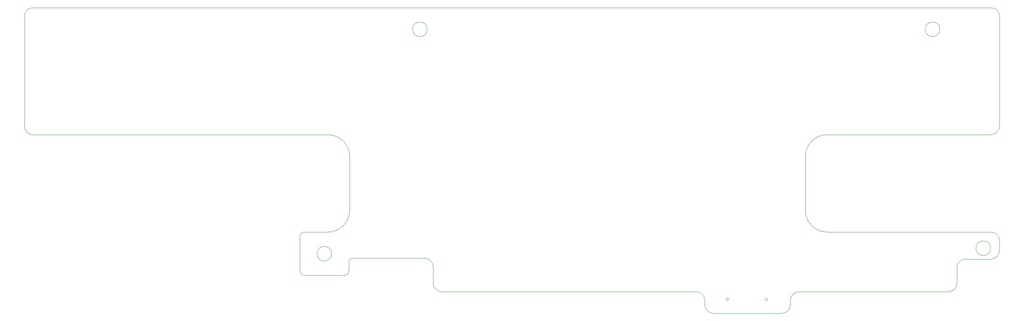
<source format=gbr>
%TF.GenerationSoftware,KiCad,Pcbnew,7.0.6*%
%TF.CreationDate,2024-02-05T21:22:57+01:00*%
%TF.ProjectId,FT24-AMS_Slave-v5,46543234-2d41-44d5-935f-536c6176652d,rev?*%
%TF.SameCoordinates,Original*%
%TF.FileFunction,Profile,NP*%
%FSLAX46Y46*%
G04 Gerber Fmt 4.6, Leading zero omitted, Abs format (unit mm)*
G04 Created by KiCad (PCBNEW 7.0.6) date 2024-02-05 21:22:57*
%MOMM*%
%LPD*%
G01*
G04 APERTURE LIST*
%TA.AperFunction,Profile*%
%ADD10C,0.010000*%
%TD*%
G04 APERTURE END LIST*
D10*
X225138808Y-145700008D02*
G75*
G03*
X227138808Y-143700000I-8J2000008D01*
G01*
X125217000Y-109400000D02*
G75*
G03*
X120216982Y-104400000I-5000000J0D01*
G01*
X221853808Y-142460000D02*
G75*
G03*
X221853808Y-142460000I-300000J0D01*
G01*
X142509909Y-132900000D02*
X126009909Y-132900000D01*
X275501800Y-77000000D02*
G75*
G03*
X273501799Y-75000000I-2000000J0D01*
G01*
X144509900Y-134900000D02*
G75*
G03*
X142509909Y-132900000I-2000000J0D01*
G01*
X120216982Y-126899982D02*
G75*
G03*
X125216982Y-121900000I18J4999982D01*
G01*
X121063445Y-131900000D02*
G75*
G03*
X121063445Y-131900000I-1700000J0D01*
G01*
X125216982Y-121900000D02*
X125216982Y-109400000D01*
X273451799Y-130650000D02*
G75*
G03*
X273451799Y-130650000I-1700000J0D01*
G01*
X207338808Y-143700000D02*
X207338808Y-142700000D01*
X143163613Y-80000000D02*
G75*
G03*
X143163613Y-80000000I-1700000J0D01*
G01*
X144509909Y-138700000D02*
X144509909Y-134900000D01*
X207338800Y-142700000D02*
G75*
G03*
X205338808Y-140700000I-2000000J0D01*
G01*
X50000000Y-102400000D02*
X50000000Y-77000000D01*
X235616799Y-104367499D02*
G75*
G03*
X230616799Y-109367445I-99J-4999901D01*
G01*
X275501799Y-77000000D02*
X275501799Y-102367445D01*
X205338808Y-140700000D02*
X146509909Y-140700000D01*
X267651799Y-133149999D02*
G75*
G03*
X265651799Y-135150000I1J-2000001D01*
G01*
X124009909Y-136900009D02*
G75*
G03*
X125009909Y-135900000I-9J1000009D01*
G01*
X275501799Y-128900000D02*
X275501799Y-131150000D01*
X273501799Y-104367445D02*
X235616799Y-104367445D01*
X235616799Y-126900000D02*
X273501799Y-126900000D01*
X144509900Y-138700000D02*
G75*
G03*
X146509909Y-140700000I2000000J0D01*
G01*
X275501800Y-128900000D02*
G75*
G03*
X273501799Y-126900000I-2000000J0D01*
G01*
X126009909Y-132900009D02*
G75*
G03*
X125009909Y-133900000I-9J-999991D01*
G01*
X230616799Y-109367445D02*
X230616799Y-121900000D01*
X52000000Y-75000000D02*
X273501799Y-75000000D01*
X263651799Y-140700000D02*
X229138808Y-140700000D01*
X125009909Y-133900000D02*
X125009909Y-135900000D01*
X114716982Y-126899982D02*
G75*
G03*
X113716982Y-127900000I18J-1000018D01*
G01*
X212853808Y-142460000D02*
G75*
G03*
X212853808Y-142460000I-300000J0D01*
G01*
X113717000Y-135900000D02*
G75*
G03*
X114716982Y-136900000I1000000J0D01*
G01*
X273501799Y-133149999D02*
G75*
G03*
X275501799Y-131150000I1J1999999D01*
G01*
X273501799Y-104367499D02*
G75*
G03*
X275501799Y-102367445I-99J2000099D01*
G01*
X263651799Y-140699999D02*
G75*
G03*
X265651799Y-138700000I1J1999999D01*
G01*
X229138808Y-140700008D02*
G75*
G03*
X227138808Y-142700000I-8J-1999992D01*
G01*
X261701799Y-80000000D02*
G75*
G03*
X261701799Y-80000000I-1700000J0D01*
G01*
X230616800Y-121900000D02*
G75*
G03*
X235616799Y-126900000I5000000J0D01*
G01*
X227138808Y-142700000D02*
X227138808Y-143700000D01*
X114716982Y-126900000D02*
X120216982Y-126900000D01*
X225138808Y-145700000D02*
X209338808Y-145700000D01*
X265651799Y-135150000D02*
X265651799Y-138700000D01*
X113716982Y-135900000D02*
X113716982Y-127900000D01*
X52000000Y-75000000D02*
G75*
G03*
X50000000Y-77000000I0J-2000000D01*
G01*
X124009909Y-136900000D02*
X114716982Y-136900000D01*
X50000000Y-102400000D02*
G75*
G03*
X52000000Y-104400000I2000000J0D01*
G01*
X207338800Y-143700000D02*
G75*
G03*
X209338808Y-145700000I2000000J0D01*
G01*
X273501799Y-133150000D02*
X267651799Y-133150000D01*
X120216982Y-104400000D02*
X52000000Y-104400000D01*
M02*

</source>
